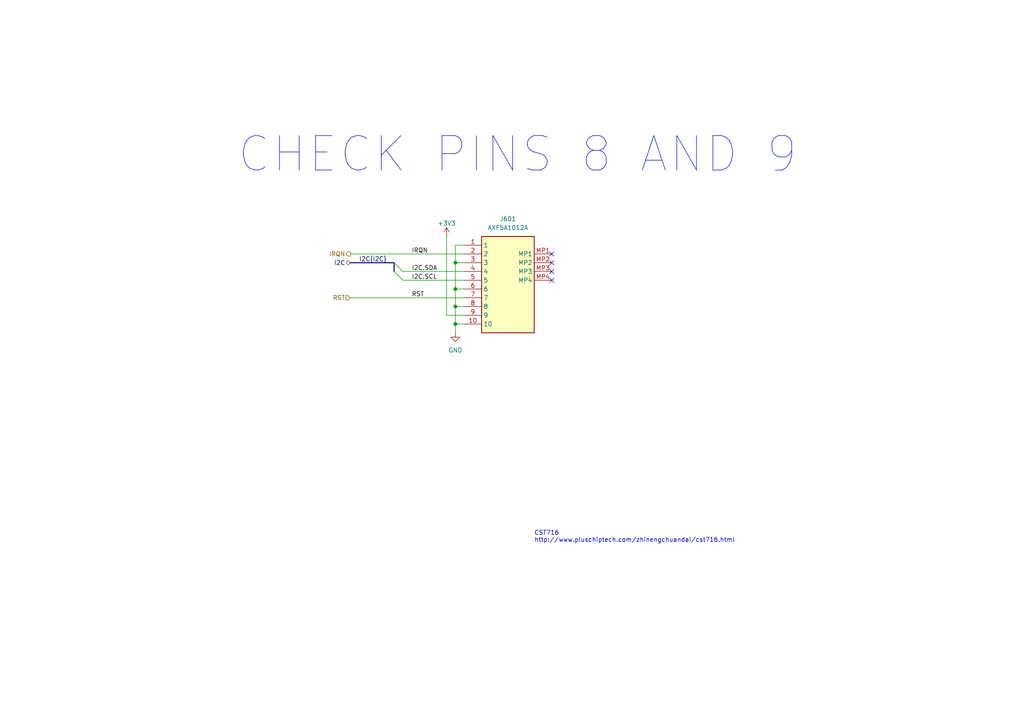
<source format=kicad_sch>
(kicad_sch (version 20230121) (generator eeschema)
  (paper "A4")
  (title_block (rev "1"))
  (lib_symbols
    (symbol "power:+3V3" (power) (pin_names (offset 0))
      (property "Value" "+3V3" (at 0 3.556 0))
      (symbol "+3V3_0_1"
        (polyline (pts (xy -0.762 1.27) (xy 0 2.54)))
        (polyline (pts (xy 0 0) (xy 0 2.54)))
        (polyline (pts (xy 0 2.54) (xy 0.762 1.27)))
      )
      (symbol "+3V3_1_1"
        (pin power_in line (at 0 0 90) (length 0) hide (name "+3V3") (number "1"))
      )
    )
    (symbol "power:GND" (power) (pin_names (offset 0))
      (property "Value" "GND" (at 0 -3.81 0))
      (symbol "GND_0_1"
        (polyline (pts (xy 0 0) (xy 0 -1.27) (xy 1.27 -1.27) (xy 0 -2.54) (xy -1.27 -1.27) (xy 0 -1.27)))
      )
      (symbol "GND_1_1"
        (pin power_in line (at 0 0 270) (length 0) hide (name "GND") (number "1"))
      )
    )
    (symbol "watch_symbols_lib:AXF5A1012A"
      (property "Reference" "J" (at 0 17.78 0))
      (property "Value" "AXF5A1012A" (at 0 15.24 0))
      (symbol "AXF5A1012A_1_1"
        (rectangle (start -7.62 12.7) (end 7.62 -15.24) (stroke (width 0.254)) (fill (type background)))
        (pin passive line (at -12.7 10.16 0) (length 5.08) (name "1") (number "1"))
        (pin passive line (at -12.7 -12.7 0) (length 5.08) (name "10") (number "10"))
        (pin passive line (at -12.7 7.62 0) (length 5.08) (name "2") (number "2"))
        (pin passive line (at -12.7 5.08 0) (length 5.08) (name "3") (number "3"))
        (pin passive line (at -12.7 2.54 0) (length 5.08) (name "4") (number "4"))
        (pin passive line (at -12.7 0 0) (length 5.08) (name "5") (number "5"))
        (pin passive line (at -12.7 -2.54 0) (length 5.08) (name "6") (number "6"))
        (pin passive line (at -12.7 -5.08 0) (length 5.08) (name "7") (number "7"))
        (pin passive line (at -12.7 -7.62 0) (length 5.08) (name "8") (number "8"))
        (pin passive line (at -12.7 -10.16 0) (length 5.08) (name "9") (number "9"))
        (pin passive line (at 12.7 7.62 180) (length 5.08) (name "MP1") (number "MP1"))
        (pin passive line (at 12.7 5.08 180) (length 5.08) (name "MP2") (number "MP2"))
        (pin passive line (at 12.7 2.54 180) (length 5.08) (name "MP3") (number "MP3"))
        (pin passive line (at 12.7 0 180) (length 5.08) (name "MP4") (number "MP4"))
      )
    )
  )
  (junction (at 132.08 83.82))
  (junction (at 132.08 76.2))
  (junction (at 132.08 93.98))
  (junction (at 132.08 88.9))
  (no_connect (at 160.02 78.74))
  (no_connect (at 160.02 81.28))
  (no_connect (at 160.02 73.66))
  (no_connect (at 160.02 76.2))
  (bus_entry (at 114.3 76.2) (size 2.54 2.54))
  (bus_entry (at 114.3 78.74) (size 2.54 2.54))
  (wire (pts (xy 134.62 88.9) (xy 132.08 88.9)))
  (bus (pts (xy 114.3 76.2) (xy 101.6 76.2)))
  (bus (pts (xy 114.3 78.74) (xy 114.3 76.2)))
  (wire (pts (xy 116.84 81.28) (xy 134.62 81.28)))
  (wire (pts (xy 132.08 71.12) (xy 132.08 76.2)))
  (wire (pts (xy 116.84 78.74) (xy 134.62 78.74)))
  (wire (pts (xy 132.08 96.52) (xy 132.08 93.98)))
  (wire (pts (xy 134.62 83.82) (xy 132.08 83.82)))
  (wire (pts (xy 132.08 83.82) (xy 132.08 88.9)))
  (wire (pts (xy 101.6 86.36) (xy 134.62 86.36)))
  (wire (pts (xy 134.62 71.12) (xy 132.08 71.12)))
  (wire (pts (xy 132.08 88.9) (xy 132.08 93.98)))
  (wire (pts (xy 132.08 76.2) (xy 132.08 83.82)))
  (wire (pts (xy 101.6 73.66) (xy 134.62 73.66)))
  (wire (pts (xy 132.08 93.98) (xy 134.62 93.98)))
  (wire (pts (xy 132.08 76.2) (xy 134.62 76.2)))
  (wire (pts (xy 129.54 91.44) (xy 134.62 91.44)))
  (wire (pts (xy 129.54 68.58) (xy 129.54 91.44)))
  (text "CST716\nhttp://www.pluschiptech.com/zhinengchuandai/cst716.html" (at 154.94 157.48 0) (effects (font (size 1.27 1.27)) (justify left bottom)))
  (text "CHECK PINS 8 AND 9" (at 68.58 50.8 0) (effects (font (size 10 10)) (justify left bottom)))
  (label "I2C{I2C}" (at 104.14 76.2 0))
  (label "I2C.SDA" (at 119.38 78.74 0))
  (label "IRQN" (at 119.38 73.66 0))
  (label "RST" (at 119.38 86.36 0))
  (label "I2C.SCL" (at 119.38 81.28 0))
  (hierarchical_label "IRQN" (shape output) (at 101.6 73.66 180))
  (hierarchical_label "I2C" (shape bidirectional) (at 101.6 76.2 180) (property "DSI" "DSI" (effects hide)))
  (hierarchical_label "RST" (shape input) (at 101.6 86.36 180))
  (symbol (lib_id "power:+3V3") (at 129.54 68.58 0) (unit 1)
    (property "Reference" "#PWR0601" (effects hide))
    (property "Value" "+3V3" (at 129.54 64.77 0))
  )
  (symbol (lib_id "power:GND") (at 132.08 96.52 0) (unit 1)
    (property "Reference" "#PWR0602" (effects hide))
    (property "Value" "GND" (at 132.08 101.6 0))
  )
  (symbol (lib_id "watch_symbols_lib:AXF5A1012A") (at 147.32 81.28 0) (unit 1)
    (property "Reference" "J601" (at 147.32 63.5 0))
    (property "Value" "AXF5A1012A" (at 147.32 66.04 0))
    (property "Footprint" "watch_footprints:AXF5A1012A" (effects hide))
    (property "Datasheet" "https://www3.panasonic.biz/ac/e_download/control/connector/battery/catalog/con_eng_a35p.pdf" (effects hide))
  )
)
</source>
